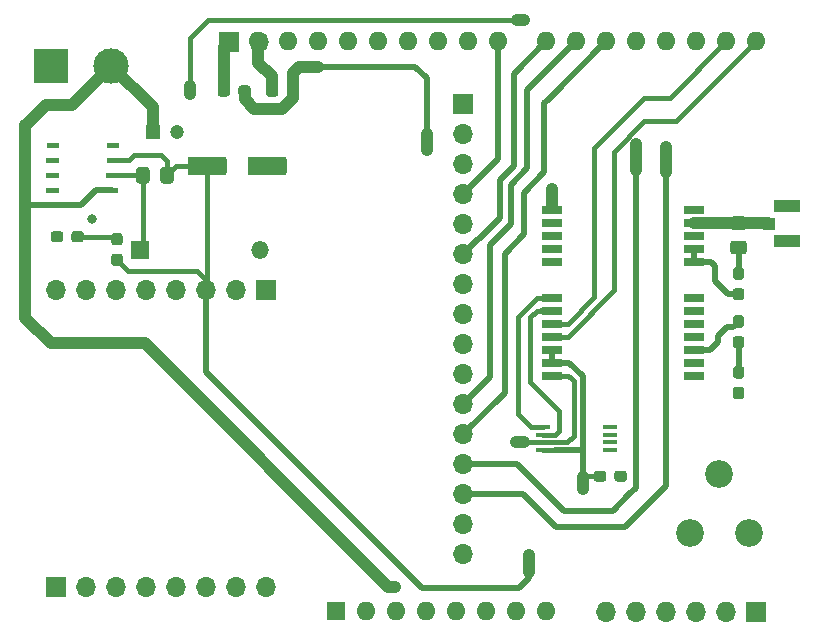
<source format=gbr>
G04 #@! TF.GenerationSoftware,KiCad,Pcbnew,(5.1.7)-1*
G04 #@! TF.CreationDate,2021-01-26T00:26:03+02:00*
G04 #@! TF.ProjectId,LORA,4c4f5241-2e6b-4696-9361-645f70636258,V 2.0*
G04 #@! TF.SameCoordinates,Original*
G04 #@! TF.FileFunction,Copper,L1,Top*
G04 #@! TF.FilePolarity,Positive*
%FSLAX46Y46*%
G04 Gerber Fmt 4.6, Leading zero omitted, Abs format (unit mm)*
G04 Created by KiCad (PCBNEW (5.1.7)-1) date 2021-01-26 00:26:03*
%MOMM*%
%LPD*%
G01*
G04 APERTURE LIST*
G04 #@! TA.AperFunction,ComponentPad*
%ADD10O,1.600000X1.600000*%
G04 #@! TD*
G04 #@! TA.AperFunction,ComponentPad*
%ADD11R,1.600000X1.600000*%
G04 #@! TD*
G04 #@! TA.AperFunction,SMDPad,CuDef*
%ADD12R,1.800000X0.800000*%
G04 #@! TD*
G04 #@! TA.AperFunction,ComponentPad*
%ADD13O,1.700000X1.700000*%
G04 #@! TD*
G04 #@! TA.AperFunction,ComponentPad*
%ADD14R,1.700000X1.700000*%
G04 #@! TD*
G04 #@! TA.AperFunction,SMDPad,CuDef*
%ADD15R,1.290000X0.390000*%
G04 #@! TD*
G04 #@! TA.AperFunction,ComponentPad*
%ADD16C,2.340000*%
G04 #@! TD*
G04 #@! TA.AperFunction,SMDPad,CuDef*
%ADD17R,2.200000X1.050000*%
G04 #@! TD*
G04 #@! TA.AperFunction,SMDPad,CuDef*
%ADD18R,1.050000X1.000000*%
G04 #@! TD*
G04 #@! TA.AperFunction,ComponentPad*
%ADD19R,1.200000X1.200000*%
G04 #@! TD*
G04 #@! TA.AperFunction,ComponentPad*
%ADD20C,1.200000*%
G04 #@! TD*
G04 #@! TA.AperFunction,ComponentPad*
%ADD21R,1.500000X1.500000*%
G04 #@! TD*
G04 #@! TA.AperFunction,ComponentPad*
%ADD22O,1.500000X1.500000*%
G04 #@! TD*
G04 #@! TA.AperFunction,ComponentPad*
%ADD23R,3.000000X3.000000*%
G04 #@! TD*
G04 #@! TA.AperFunction,ComponentPad*
%ADD24C,3.000000*%
G04 #@! TD*
G04 #@! TA.AperFunction,SMDPad,CuDef*
%ADD25C,0.100000*%
G04 #@! TD*
G04 #@! TA.AperFunction,ViaPad*
%ADD26C,0.800000*%
G04 #@! TD*
G04 #@! TA.AperFunction,Conductor*
%ADD27C,1.000000*%
G04 #@! TD*
G04 #@! TA.AperFunction,Conductor*
%ADD28C,0.500000*%
G04 #@! TD*
G04 #@! TA.AperFunction,Conductor*
%ADD29C,0.400000*%
G04 #@! TD*
G04 APERTURE END LIST*
D10*
X173863000Y-66167000D03*
X176403000Y-66167000D03*
X136783000Y-66167000D03*
X176403000Y-114427000D03*
X139323000Y-66167000D03*
X173863000Y-114427000D03*
X141863000Y-66167000D03*
X171323000Y-114427000D03*
X144403000Y-66167000D03*
X168783000Y-114427000D03*
X146943000Y-66167000D03*
X166243000Y-114427000D03*
X149483000Y-66167000D03*
X163703000Y-114427000D03*
X152023000Y-66167000D03*
X158623000Y-114427000D03*
X154563000Y-66167000D03*
X156083000Y-114427000D03*
X158623000Y-66167000D03*
X153543000Y-114427000D03*
X161163000Y-66167000D03*
X151003000Y-114427000D03*
X163703000Y-66167000D03*
X148463000Y-114427000D03*
X166243000Y-66167000D03*
X145923000Y-114427000D03*
X168783000Y-66167000D03*
X143383000Y-114427000D03*
X171323000Y-66167000D03*
D11*
X140843000Y-114427000D03*
D10*
X134243000Y-66167000D03*
X131703000Y-66167000D03*
G04 #@! TA.AperFunction,SMDPad,CuDef*
G36*
G01*
X116673200Y-82939900D02*
X116673200Y-82464900D01*
G75*
G02*
X116910700Y-82227400I237500J0D01*
G01*
X117485700Y-82227400D01*
G75*
G02*
X117723200Y-82464900I0J-237500D01*
G01*
X117723200Y-82939900D01*
G75*
G02*
X117485700Y-83177400I-237500J0D01*
G01*
X116910700Y-83177400D01*
G75*
G02*
X116673200Y-82939900I0J237500D01*
G01*
G37*
G04 #@! TD.AperFunction*
G04 #@! TA.AperFunction,SMDPad,CuDef*
G36*
G01*
X118423200Y-82939900D02*
X118423200Y-82464900D01*
G75*
G02*
X118660700Y-82227400I237500J0D01*
G01*
X119235700Y-82227400D01*
G75*
G02*
X119473200Y-82464900I0J-237500D01*
G01*
X119473200Y-82939900D01*
G75*
G02*
X119235700Y-83177400I-237500J0D01*
G01*
X118660700Y-83177400D01*
G75*
G02*
X118423200Y-82939900I0J237500D01*
G01*
G37*
G04 #@! TD.AperFunction*
D12*
X159125400Y-94452200D03*
X159125400Y-93352200D03*
X159125400Y-92252200D03*
X159125400Y-91152200D03*
X159125400Y-90052200D03*
X159125400Y-88952200D03*
X159125400Y-87852200D03*
X159125400Y-84852200D03*
X159125400Y-83752200D03*
X159125400Y-82652200D03*
X159125400Y-81552200D03*
X159125400Y-80452200D03*
X171125400Y-80452200D03*
X171125400Y-81552200D03*
X171125400Y-82652200D03*
X171125400Y-83752200D03*
X171125400Y-84852200D03*
X171125400Y-87852200D03*
X171125400Y-88952200D03*
X171125400Y-90052200D03*
X171125400Y-91152200D03*
X171125400Y-92252200D03*
X171125400Y-93352200D03*
X171125400Y-94452200D03*
D13*
X134289800Y-66192400D03*
D14*
X131749800Y-66192400D03*
D13*
X163703000Y-114452400D03*
X166243000Y-114452400D03*
X168783000Y-114452400D03*
X171323000Y-114452400D03*
X173863000Y-114452400D03*
D14*
X176403000Y-114452400D03*
D13*
X151587200Y-109575600D03*
X151587200Y-107035600D03*
X151587200Y-104495600D03*
X151587200Y-101955600D03*
X151587200Y-99415600D03*
X151587200Y-96875600D03*
X151587200Y-94335600D03*
X151587200Y-91795600D03*
X151587200Y-89255600D03*
X151587200Y-86715600D03*
X151587200Y-84175600D03*
X151587200Y-81635600D03*
X151587200Y-79095600D03*
X151587200Y-76555600D03*
X151587200Y-74015600D03*
D14*
X151587200Y-71475600D03*
D15*
X158343000Y-100746200D03*
X158343000Y-100096200D03*
X158343000Y-99446200D03*
X158343000Y-98796200D03*
X163983000Y-98796200D03*
X163983000Y-99446200D03*
X163983000Y-100096200D03*
X163983000Y-100746200D03*
D16*
X170764200Y-107772200D03*
X173264200Y-102772200D03*
X175764200Y-107772200D03*
G04 #@! TA.AperFunction,SMDPad,CuDef*
G36*
G01*
X131857000Y-70120500D02*
X131857000Y-70595500D01*
G75*
G02*
X131619500Y-70833000I-237500J0D01*
G01*
X131044500Y-70833000D01*
G75*
G02*
X130807000Y-70595500I0J237500D01*
G01*
X130807000Y-70120500D01*
G75*
G02*
X131044500Y-69883000I237500J0D01*
G01*
X131619500Y-69883000D01*
G75*
G02*
X131857000Y-70120500I0J-237500D01*
G01*
G37*
G04 #@! TD.AperFunction*
G04 #@! TA.AperFunction,SMDPad,CuDef*
G36*
G01*
X133607000Y-70120500D02*
X133607000Y-70595500D01*
G75*
G02*
X133369500Y-70833000I-237500J0D01*
G01*
X132794500Y-70833000D01*
G75*
G02*
X132557000Y-70595500I0J237500D01*
G01*
X132557000Y-70120500D01*
G75*
G02*
X132794500Y-69883000I237500J0D01*
G01*
X133369500Y-69883000D01*
G75*
G02*
X133607000Y-70120500I0J-237500D01*
G01*
G37*
G04 #@! TD.AperFunction*
G04 #@! TA.AperFunction,SMDPad,CuDef*
G36*
G01*
X136635000Y-70595500D02*
X136635000Y-70120500D01*
G75*
G02*
X136872500Y-69883000I237500J0D01*
G01*
X137447500Y-69883000D01*
G75*
G02*
X137685000Y-70120500I0J-237500D01*
G01*
X137685000Y-70595500D01*
G75*
G02*
X137447500Y-70833000I-237500J0D01*
G01*
X136872500Y-70833000D01*
G75*
G02*
X136635000Y-70595500I0J237500D01*
G01*
G37*
G04 #@! TD.AperFunction*
G04 #@! TA.AperFunction,SMDPad,CuDef*
G36*
G01*
X134885000Y-70595500D02*
X134885000Y-70120500D01*
G75*
G02*
X135122500Y-69883000I237500J0D01*
G01*
X135697500Y-69883000D01*
G75*
G02*
X135935000Y-70120500I0J-237500D01*
G01*
X135935000Y-70595500D01*
G75*
G02*
X135697500Y-70833000I-237500J0D01*
G01*
X135122500Y-70833000D01*
G75*
G02*
X134885000Y-70595500I0J237500D01*
G01*
G37*
G04 #@! TD.AperFunction*
G04 #@! TA.AperFunction,SMDPad,CuDef*
G36*
G01*
X175141900Y-94708200D02*
X174666900Y-94708200D01*
G75*
G02*
X174429400Y-94470700I0J237500D01*
G01*
X174429400Y-93895700D01*
G75*
G02*
X174666900Y-93658200I237500J0D01*
G01*
X175141900Y-93658200D01*
G75*
G02*
X175379400Y-93895700I0J-237500D01*
G01*
X175379400Y-94470700D01*
G75*
G02*
X175141900Y-94708200I-237500J0D01*
G01*
G37*
G04 #@! TD.AperFunction*
G04 #@! TA.AperFunction,SMDPad,CuDef*
G36*
G01*
X175141900Y-96458200D02*
X174666900Y-96458200D01*
G75*
G02*
X174429400Y-96220700I0J237500D01*
G01*
X174429400Y-95645700D01*
G75*
G02*
X174666900Y-95408200I237500J0D01*
G01*
X175141900Y-95408200D01*
G75*
G02*
X175379400Y-95645700I0J-237500D01*
G01*
X175379400Y-96220700D01*
G75*
G02*
X175141900Y-96458200I-237500J0D01*
G01*
G37*
G04 #@! TD.AperFunction*
G04 #@! TA.AperFunction,SMDPad,CuDef*
G36*
G01*
X164397200Y-103209100D02*
X164397200Y-102734100D01*
G75*
G02*
X164634700Y-102496600I237500J0D01*
G01*
X165209700Y-102496600D01*
G75*
G02*
X165447200Y-102734100I0J-237500D01*
G01*
X165447200Y-103209100D01*
G75*
G02*
X165209700Y-103446600I-237500J0D01*
G01*
X164634700Y-103446600D01*
G75*
G02*
X164397200Y-103209100I0J237500D01*
G01*
G37*
G04 #@! TD.AperFunction*
G04 #@! TA.AperFunction,SMDPad,CuDef*
G36*
G01*
X162647200Y-103209100D02*
X162647200Y-102734100D01*
G75*
G02*
X162884700Y-102496600I237500J0D01*
G01*
X163459700Y-102496600D01*
G75*
G02*
X163697200Y-102734100I0J-237500D01*
G01*
X163697200Y-103209100D01*
G75*
G02*
X163459700Y-103446600I-237500J0D01*
G01*
X162884700Y-103446600D01*
G75*
G02*
X162647200Y-103209100I0J237500D01*
G01*
G37*
G04 #@! TD.AperFunction*
D17*
X178969400Y-80109800D03*
D18*
X177444400Y-81584800D03*
D17*
X178969400Y-83059800D03*
G04 #@! TA.AperFunction,SMDPad,CuDef*
G36*
G01*
X175141900Y-90404200D02*
X174666900Y-90404200D01*
G75*
G02*
X174429400Y-90166700I0J237500D01*
G01*
X174429400Y-89591700D01*
G75*
G02*
X174666900Y-89354200I237500J0D01*
G01*
X175141900Y-89354200D01*
G75*
G02*
X175379400Y-89591700I0J-237500D01*
G01*
X175379400Y-90166700D01*
G75*
G02*
X175141900Y-90404200I-237500J0D01*
G01*
G37*
G04 #@! TD.AperFunction*
G04 #@! TA.AperFunction,SMDPad,CuDef*
G36*
G01*
X175141900Y-92154200D02*
X174666900Y-92154200D01*
G75*
G02*
X174429400Y-91916700I0J237500D01*
G01*
X174429400Y-91341700D01*
G75*
G02*
X174666900Y-91104200I237500J0D01*
G01*
X175141900Y-91104200D01*
G75*
G02*
X175379400Y-91341700I0J-237500D01*
G01*
X175379400Y-91916700D01*
G75*
G02*
X175141900Y-92154200I-237500J0D01*
G01*
G37*
G04 #@! TD.AperFunction*
G04 #@! TA.AperFunction,SMDPad,CuDef*
G36*
G01*
X175141900Y-86340200D02*
X174666900Y-86340200D01*
G75*
G02*
X174429400Y-86102700I0J237500D01*
G01*
X174429400Y-85527700D01*
G75*
G02*
X174666900Y-85290200I237500J0D01*
G01*
X175141900Y-85290200D01*
G75*
G02*
X175379400Y-85527700I0J-237500D01*
G01*
X175379400Y-86102700D01*
G75*
G02*
X175141900Y-86340200I-237500J0D01*
G01*
G37*
G04 #@! TD.AperFunction*
G04 #@! TA.AperFunction,SMDPad,CuDef*
G36*
G01*
X175141900Y-88090200D02*
X174666900Y-88090200D01*
G75*
G02*
X174429400Y-87852700I0J237500D01*
G01*
X174429400Y-87277700D01*
G75*
G02*
X174666900Y-87040200I237500J0D01*
G01*
X175141900Y-87040200D01*
G75*
G02*
X175379400Y-87277700I0J-237500D01*
G01*
X175379400Y-87852700D01*
G75*
G02*
X175141900Y-88090200I-237500J0D01*
G01*
G37*
G04 #@! TD.AperFunction*
G04 #@! TA.AperFunction,SMDPad,CuDef*
G36*
G01*
X122513100Y-83433200D02*
X122038100Y-83433200D01*
G75*
G02*
X121800600Y-83195700I0J237500D01*
G01*
X121800600Y-82620700D01*
G75*
G02*
X122038100Y-82383200I237500J0D01*
G01*
X122513100Y-82383200D01*
G75*
G02*
X122750600Y-82620700I0J-237500D01*
G01*
X122750600Y-83195700D01*
G75*
G02*
X122513100Y-83433200I-237500J0D01*
G01*
G37*
G04 #@! TD.AperFunction*
G04 #@! TA.AperFunction,SMDPad,CuDef*
G36*
G01*
X122513100Y-85183200D02*
X122038100Y-85183200D01*
G75*
G02*
X121800600Y-84945700I0J237500D01*
G01*
X121800600Y-84370700D01*
G75*
G02*
X122038100Y-84133200I237500J0D01*
G01*
X122513100Y-84133200D01*
G75*
G02*
X122750600Y-84370700I0J-237500D01*
G01*
X122750600Y-84945700D01*
G75*
G02*
X122513100Y-85183200I-237500J0D01*
G01*
G37*
G04 #@! TD.AperFunction*
G04 #@! TA.AperFunction,SMDPad,CuDef*
G36*
G01*
X174454399Y-83034400D02*
X175354401Y-83034400D01*
G75*
G02*
X175604400Y-83284399I0J-249999D01*
G01*
X175604400Y-83934401D01*
G75*
G02*
X175354401Y-84184400I-249999J0D01*
G01*
X174454399Y-84184400D01*
G75*
G02*
X174204400Y-83934401I0J249999D01*
G01*
X174204400Y-83284399D01*
G75*
G02*
X174454399Y-83034400I249999J0D01*
G01*
G37*
G04 #@! TD.AperFunction*
G04 #@! TA.AperFunction,SMDPad,CuDef*
G36*
G01*
X174454399Y-80984400D02*
X175354401Y-80984400D01*
G75*
G02*
X175604400Y-81234399I0J-249999D01*
G01*
X175604400Y-81884401D01*
G75*
G02*
X175354401Y-82134400I-249999J0D01*
G01*
X174454399Y-82134400D01*
G75*
G02*
X174204400Y-81884401I0J249999D01*
G01*
X174204400Y-81234399D01*
G75*
G02*
X174454399Y-80984400I249999J0D01*
G01*
G37*
G04 #@! TD.AperFunction*
D13*
X134874000Y-112395000D03*
X132334000Y-112395000D03*
X129794000Y-112395000D03*
X127254000Y-112395000D03*
X124714000Y-112395000D03*
X122174000Y-112395000D03*
X119634000Y-112395000D03*
D14*
X117094000Y-112395000D03*
D13*
X117094000Y-87249000D03*
X119634000Y-87249000D03*
X122174000Y-87249000D03*
X124714000Y-87249000D03*
X127254000Y-87249000D03*
X129794000Y-87249000D03*
X132334000Y-87249000D03*
D14*
X134874000Y-87249000D03*
D19*
X125330200Y-73863200D03*
D20*
X127330200Y-73863200D03*
G04 #@! TA.AperFunction,SMDPad,CuDef*
G36*
G01*
X128258500Y-77258000D02*
X128258500Y-76158000D01*
G75*
G02*
X128508500Y-75908000I250000J0D01*
G01*
X131333500Y-75908000D01*
G75*
G02*
X131583500Y-76158000I0J-250000D01*
G01*
X131583500Y-77258000D01*
G75*
G02*
X131333500Y-77508000I-250000J0D01*
G01*
X128508500Y-77508000D01*
G75*
G02*
X128258500Y-77258000I0J250000D01*
G01*
G37*
G04 #@! TD.AperFunction*
G04 #@! TA.AperFunction,SMDPad,CuDef*
G36*
G01*
X133333500Y-77258000D02*
X133333500Y-76158000D01*
G75*
G02*
X133583500Y-75908000I250000J0D01*
G01*
X136408500Y-75908000D01*
G75*
G02*
X136658500Y-76158000I0J-250000D01*
G01*
X136658500Y-77258000D01*
G75*
G02*
X136408500Y-77508000I-250000J0D01*
G01*
X133583500Y-77508000D01*
G75*
G02*
X133333500Y-77258000I0J250000D01*
G01*
G37*
G04 #@! TD.AperFunction*
D21*
X124231400Y-83845400D03*
D22*
X134391400Y-83845400D03*
D23*
X116713000Y-68224400D03*
D24*
X121793000Y-68224400D03*
G04 #@! TA.AperFunction,SMDPad,CuDef*
G36*
G01*
X123892400Y-77945401D02*
X123892400Y-77045399D01*
G75*
G02*
X124142399Y-76795400I249999J0D01*
G01*
X124792401Y-76795400D01*
G75*
G02*
X125042400Y-77045399I0J-249999D01*
G01*
X125042400Y-77945401D01*
G75*
G02*
X124792401Y-78195400I-249999J0D01*
G01*
X124142399Y-78195400D01*
G75*
G02*
X123892400Y-77945401I0J249999D01*
G01*
G37*
G04 #@! TD.AperFunction*
G04 #@! TA.AperFunction,SMDPad,CuDef*
G36*
G01*
X125942400Y-77945401D02*
X125942400Y-77045399D01*
G75*
G02*
X126192399Y-76795400I249999J0D01*
G01*
X126842401Y-76795400D01*
G75*
G02*
X127092400Y-77045399I0J-249999D01*
G01*
X127092400Y-77945401D01*
G75*
G02*
X126842401Y-78195400I-249999J0D01*
G01*
X126192399Y-78195400D01*
G75*
G02*
X125942400Y-77945401I0J249999D01*
G01*
G37*
G04 #@! TD.AperFunction*
G04 #@! TA.AperFunction,SMDPad,CuDef*
D25*
G36*
X122400300Y-78565400D02*
G01*
X122400300Y-78975400D01*
X121375300Y-78975400D01*
X121375300Y-78565400D01*
X122400300Y-78565400D01*
G37*
G04 #@! TD.AperFunction*
G04 #@! TA.AperFunction,SMDPad,CuDef*
G36*
X122400300Y-77295400D02*
G01*
X122400300Y-77705400D01*
X121375300Y-77705400D01*
X121375300Y-77295400D01*
X122400300Y-77295400D01*
G37*
G04 #@! TD.AperFunction*
G04 #@! TA.AperFunction,SMDPad,CuDef*
G36*
X122420300Y-76025400D02*
G01*
X122420300Y-76435400D01*
X121395300Y-76435400D01*
X121395300Y-76025400D01*
X122420300Y-76025400D01*
G37*
G04 #@! TD.AperFunction*
G04 #@! TA.AperFunction,SMDPad,CuDef*
G36*
X122420300Y-74755400D02*
G01*
X122420300Y-75165400D01*
X121395300Y-75165400D01*
X121395300Y-74755400D01*
X122420300Y-74755400D01*
G37*
G04 #@! TD.AperFunction*
G04 #@! TA.AperFunction,SMDPad,CuDef*
G36*
X117330300Y-78565400D02*
G01*
X117330300Y-78975400D01*
X116305300Y-78975400D01*
X116305300Y-78565400D01*
X117330300Y-78565400D01*
G37*
G04 #@! TD.AperFunction*
G04 #@! TA.AperFunction,SMDPad,CuDef*
G36*
X117330300Y-77295400D02*
G01*
X117330300Y-77705400D01*
X116305300Y-77705400D01*
X116305300Y-77295400D01*
X117330300Y-77295400D01*
G37*
G04 #@! TD.AperFunction*
G04 #@! TA.AperFunction,SMDPad,CuDef*
G36*
X117330300Y-76025400D02*
G01*
X117330300Y-76435400D01*
X116305300Y-76435400D01*
X116305300Y-76025400D01*
X117330300Y-76025400D01*
G37*
G04 #@! TD.AperFunction*
G04 #@! TA.AperFunction,SMDPad,CuDef*
G36*
X117340300Y-74755400D02*
G01*
X117340300Y-75165400D01*
X116315300Y-75165400D01*
X116315300Y-74755400D01*
X117340300Y-74755400D01*
G37*
G04 #@! TD.AperFunction*
D26*
X145821400Y-112318800D03*
X161705000Y-104047000D03*
X157149800Y-109651800D03*
X138709400Y-68300600D03*
X148513800Y-75336400D03*
X159131000Y-78689200D03*
X156083000Y-100101400D03*
X120192800Y-81203800D03*
X166243000Y-74879200D03*
X168783000Y-75107800D03*
X156718000Y-64389000D03*
X128498600Y-70459600D03*
D27*
X145255715Y-112318800D02*
X124656315Y-91719400D01*
X145821400Y-112318800D02*
X145255715Y-112318800D01*
X124656315Y-91719400D02*
X116687600Y-91719400D01*
X116687600Y-91719400D02*
X114528600Y-89560400D01*
X114554000Y-73279000D02*
X114528600Y-73253600D01*
X121793000Y-68224400D02*
X118491000Y-71526400D01*
X116306600Y-71526400D02*
X114554000Y-73279000D01*
X118491000Y-71526400D02*
X116306600Y-71526400D01*
D28*
X114528600Y-80035400D02*
X119227600Y-80035400D01*
D27*
X114528600Y-89560400D02*
X114528600Y-80035400D01*
X114528600Y-80035400D02*
X114528600Y-73253600D01*
D28*
X120492600Y-78770400D02*
X121887800Y-78770400D01*
X119227600Y-80035400D02*
X120492600Y-78770400D01*
D27*
X121793000Y-68224400D02*
X125323600Y-71755000D01*
X125323600Y-73856600D02*
X125330200Y-73863200D01*
X125323600Y-71755000D02*
X125323600Y-73856600D01*
D28*
X159125400Y-92252200D02*
X159125400Y-93352200D01*
D29*
X158343000Y-100746200D02*
X159388000Y-100746200D01*
D28*
X161705000Y-94531800D02*
X161705000Y-94631800D01*
X160525400Y-93352200D02*
X161705000Y-94531800D01*
X159125400Y-93352200D02*
X160525400Y-93352200D01*
X161703800Y-100746200D02*
X161705000Y-100745000D01*
X159388000Y-100746200D02*
X161703800Y-100746200D01*
X161705000Y-94631800D02*
X161705000Y-100745000D01*
D27*
X161705000Y-104047000D02*
X161705000Y-103081800D01*
D28*
X161705000Y-100745000D02*
X161705000Y-103081800D01*
D27*
X157149800Y-110217485D02*
X157149800Y-109651800D01*
X157149800Y-111048800D02*
X157149800Y-110217485D01*
D28*
X157149800Y-111048800D02*
X157149800Y-111607600D01*
X157149800Y-111607600D02*
X156337000Y-112420400D01*
X156337000Y-112420400D02*
X148082000Y-112420400D01*
X129794000Y-94132400D02*
X129794000Y-87249000D01*
X148082000Y-112420400D02*
X129794000Y-94132400D01*
X129794000Y-86639400D02*
X129794000Y-87249000D01*
D29*
X127304800Y-76708000D02*
X126517400Y-77495400D01*
X129921000Y-76708000D02*
X127304800Y-76708000D01*
X122275600Y-84658200D02*
X123215400Y-85598000D01*
X123215400Y-85598000D02*
X129032000Y-85598000D01*
X129794000Y-86360000D02*
X129794000Y-87249000D01*
X129032000Y-85598000D02*
X129794000Y-86360000D01*
X121907800Y-76230400D02*
X123261200Y-76230400D01*
X123261200Y-76230400D02*
X123723400Y-75768200D01*
X123723400Y-75768200D02*
X125984000Y-75768200D01*
X126517400Y-76301600D02*
X126517400Y-77495400D01*
X125984000Y-75768200D02*
X126517400Y-76301600D01*
X129921000Y-77774800D02*
X129921000Y-76708000D01*
X129921000Y-87122000D02*
X129794000Y-87249000D01*
X129921000Y-76708000D02*
X129921000Y-87122000D01*
X161815200Y-102971600D02*
X161705000Y-103081800D01*
X163172200Y-102971600D02*
X161815200Y-102971600D01*
X160425400Y-91152200D02*
X164363400Y-87214200D01*
X159125400Y-91152200D02*
X160425400Y-91152200D01*
X164363400Y-87214200D02*
X164363400Y-75485994D01*
X164363400Y-75485994D02*
X166925994Y-72923400D01*
X169646600Y-72923400D02*
X166925994Y-72923400D01*
X176403000Y-66167000D02*
X169646600Y-72923400D01*
X160425400Y-90052200D02*
X162636200Y-87841400D01*
X159125400Y-90052200D02*
X160425400Y-90052200D01*
X162636200Y-87841400D02*
X162636200Y-75184000D01*
X162636200Y-75184000D02*
X166878000Y-70942200D01*
X169087800Y-70942200D02*
X166878000Y-70942200D01*
X173863000Y-66167000D02*
X169087800Y-70942200D01*
D27*
X133082000Y-70358000D02*
X133082000Y-71042500D01*
X133082000Y-71042500D02*
X133921500Y-71882000D01*
X137160000Y-70933000D02*
X137160000Y-70358000D01*
X136211000Y-71882000D02*
X137160000Y-70933000D01*
X133921500Y-71882000D02*
X136211000Y-71882000D01*
X138709400Y-68300600D02*
X139275085Y-68300600D01*
D28*
X139275085Y-68300600D02*
X147523200Y-68300600D01*
X147523200Y-68300600D02*
X148513800Y-69291200D01*
D27*
X148513800Y-73990200D02*
X148513800Y-75336400D01*
D28*
X148513800Y-69291200D02*
X148513800Y-73990200D01*
D27*
X137718800Y-68300600D02*
X138709400Y-68300600D01*
X137160000Y-68859400D02*
X137718800Y-68300600D01*
X137160000Y-70358000D02*
X137160000Y-68859400D01*
D28*
X159131000Y-79546600D02*
X159131000Y-78816200D01*
D27*
X159131000Y-78689200D02*
X159131000Y-79546600D01*
X159131000Y-80162400D02*
X159125400Y-80168000D01*
X159131000Y-79546600D02*
X159131000Y-80162400D01*
D28*
X159125400Y-80452200D02*
X159125400Y-80168000D01*
D29*
X157298000Y-100096200D02*
X157292800Y-100101400D01*
X158343000Y-100096200D02*
X157298000Y-100096200D01*
D27*
X156083000Y-100101400D02*
X156718000Y-100101400D01*
D29*
X157292800Y-100101400D02*
X156718000Y-100101400D01*
X160380800Y-100096200D02*
X158343000Y-100096200D01*
X160425400Y-94452200D02*
X160553400Y-94580200D01*
X160553400Y-94580200D02*
X160620200Y-94580200D01*
X159125400Y-94452200D02*
X160425400Y-94452200D01*
X160620200Y-94580200D02*
X160934400Y-94894400D01*
X160934400Y-94894400D02*
X160934400Y-99542600D01*
X160934400Y-99542600D02*
X160380800Y-100096200D01*
D28*
X154563000Y-76119800D02*
X154563000Y-66167000D01*
X151587200Y-79095600D02*
X154563000Y-76119800D01*
X155879800Y-68910200D02*
X158623000Y-66167000D01*
X152887201Y-82875599D02*
X152912601Y-82875599D01*
X151587200Y-84175600D02*
X152887201Y-82875599D01*
X152912601Y-82875599D02*
X154686000Y-81102200D01*
X154686000Y-81102200D02*
X154686000Y-77876400D01*
X155879800Y-76682600D02*
X155879800Y-68910200D01*
X154686000Y-77876400D02*
X155879800Y-76682600D01*
X151587200Y-96875600D02*
X153847800Y-94615000D01*
X153847800Y-94615000D02*
X153847800Y-83439000D01*
X157022800Y-70307200D02*
X161163000Y-66167000D01*
X157022800Y-70307200D02*
X157022800Y-76885800D01*
X157022800Y-76885800D02*
X155625800Y-78282800D01*
X155625800Y-81661000D02*
X153847800Y-83439000D01*
X155625800Y-78282800D02*
X155625800Y-81661000D01*
X151587200Y-99415600D02*
X155092400Y-95910400D01*
X155092400Y-95910400D02*
X155092400Y-84124800D01*
X155092400Y-84124800D02*
X156718000Y-82499200D01*
X156718000Y-82499200D02*
X156718000Y-78968600D01*
X156718000Y-78968600D02*
X158470600Y-77216000D01*
X158750000Y-71120000D02*
X163703000Y-66167000D01*
X158470600Y-71399400D02*
X158750000Y-71120000D01*
X158470600Y-77216000D02*
X158470600Y-71399400D01*
X164236400Y-105943400D02*
X160121600Y-105943400D01*
X156133800Y-101955600D02*
X151587200Y-101955600D01*
X160121600Y-105943400D02*
X156133800Y-101955600D01*
D27*
X166243000Y-74879200D02*
X166243000Y-75444885D01*
X166243000Y-75444885D02*
X166243000Y-77012800D01*
D28*
X166243000Y-103936800D02*
X165658800Y-104521000D01*
X166243000Y-77012800D02*
X166243000Y-103936800D01*
X165658800Y-104521000D02*
X164236400Y-105943400D01*
D27*
X168783000Y-75107800D02*
X168783000Y-77216000D01*
D28*
X168783000Y-103835200D02*
X168783000Y-77216000D01*
X165303200Y-107315000D02*
X168783000Y-103835200D01*
X159486600Y-107315000D02*
X165303200Y-107315000D01*
X156667200Y-104495600D02*
X159486600Y-107315000D01*
X151587200Y-104495600D02*
X156667200Y-104495600D01*
D27*
X156718000Y-64389000D02*
X156152315Y-64389000D01*
D29*
X156152315Y-64389000D02*
X154425000Y-64389000D01*
X154425000Y-64389000D02*
X129997200Y-64389000D01*
D27*
X128498600Y-70612000D02*
X128498600Y-69977000D01*
D29*
X128498600Y-67030600D02*
X128498600Y-69900800D01*
X128498600Y-65887600D02*
X129997200Y-64389000D01*
X128498600Y-67030600D02*
X128498600Y-65887600D01*
D27*
X134243000Y-67298370D02*
X134243000Y-66167000D01*
X134243000Y-67949000D02*
X134243000Y-67298370D01*
X135410000Y-69116000D02*
X134243000Y-67949000D01*
X135410000Y-70358000D02*
X135410000Y-69116000D01*
X131332000Y-66661000D02*
X131699000Y-66294000D01*
X131332000Y-70358000D02*
X131332000Y-66661000D01*
D28*
X174904400Y-85815200D02*
X174904400Y-83778200D01*
D27*
X174897200Y-81552200D02*
X174904400Y-81559400D01*
X171125400Y-81552200D02*
X174897200Y-81552200D01*
X177419000Y-81559400D02*
X177444400Y-81584800D01*
X174904400Y-81559400D02*
X177419000Y-81559400D01*
D29*
X122069800Y-82702400D02*
X122275600Y-82908200D01*
X118948200Y-82702400D02*
X122069800Y-82702400D01*
D28*
X171625400Y-84852200D02*
X171125400Y-84852200D01*
X171125400Y-83752200D02*
X171125400Y-84852200D01*
X172583800Y-84852200D02*
X171125400Y-84852200D01*
X172948600Y-85217000D02*
X172583800Y-84852200D01*
X172948600Y-86461600D02*
X172948600Y-85217000D01*
X174904400Y-87565200D02*
X174052200Y-87565200D01*
X174052200Y-87565200D02*
X172948600Y-86461600D01*
X174405328Y-90378272D02*
X173946828Y-90378272D01*
X174904400Y-89879200D02*
X174405328Y-90378272D01*
X173946828Y-90378272D02*
X173189900Y-91135200D01*
X172525400Y-92252200D02*
X171125400Y-92252200D01*
X173189900Y-91587700D02*
X172525400Y-92252200D01*
X173189900Y-91135200D02*
X173189900Y-91587700D01*
X174904400Y-94183200D02*
X174904400Y-91629200D01*
X158164400Y-88952200D02*
X158163000Y-88950800D01*
X159125400Y-88952200D02*
X158164400Y-88952200D01*
D29*
X157825400Y-88952200D02*
X159125400Y-88952200D01*
X159388000Y-99446200D02*
X159723400Y-99110800D01*
X159723400Y-99110800D02*
X159723400Y-97468000D01*
X159723400Y-97468000D02*
X157251400Y-94996000D01*
X157251400Y-94996000D02*
X157251400Y-89526200D01*
X158343000Y-99446200D02*
X159388000Y-99446200D01*
X157251400Y-89526200D02*
X157825400Y-88952200D01*
X157298000Y-98796200D02*
X156210000Y-97708200D01*
X158343000Y-98796200D02*
X157298000Y-98796200D01*
X157825400Y-87852200D02*
X159125400Y-87852200D01*
X156210000Y-89467600D02*
X157825400Y-87852200D01*
X156210000Y-97708200D02*
X156210000Y-89467600D01*
X124764800Y-77792800D02*
X124467400Y-77495400D01*
X121892800Y-77495400D02*
X121887800Y-77500400D01*
X124467400Y-77495400D02*
X121892800Y-77495400D01*
X124467400Y-83609400D02*
X124231400Y-83845400D01*
X124467400Y-77495400D02*
X124467400Y-83609400D01*
M02*

</source>
